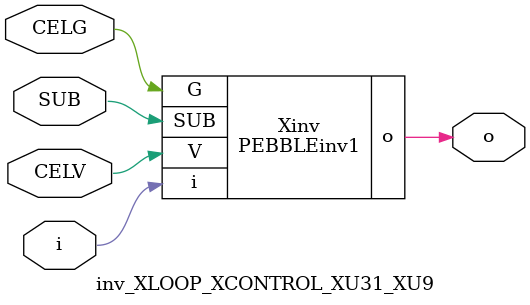
<source format=v>



module PEBBLEinv1 ( o, G, SUB, V, i );

  input V;
  input i;
  input G;
  output o;
  input SUB;
endmodule

//Celera Confidential Do Not Copy inv_XLOOP_XCONTROL_XU31_XU9
//Celera Confidential Symbol Generator
//5V Inverter
module inv_XLOOP_XCONTROL_XU31_XU9 (CELV,CELG,i,o,SUB);
input CELV;
input CELG;
input i;
input SUB;
output o;

//Celera Confidential Do Not Copy inv
PEBBLEinv1 Xinv(
.V (CELV),
.i (i),
.o (o),
.SUB (SUB),
.G (CELG)
);
//,diesize,PEBBLEinv1

//Celera Confidential Do Not Copy Module End
//Celera Schematic Generator
endmodule

</source>
